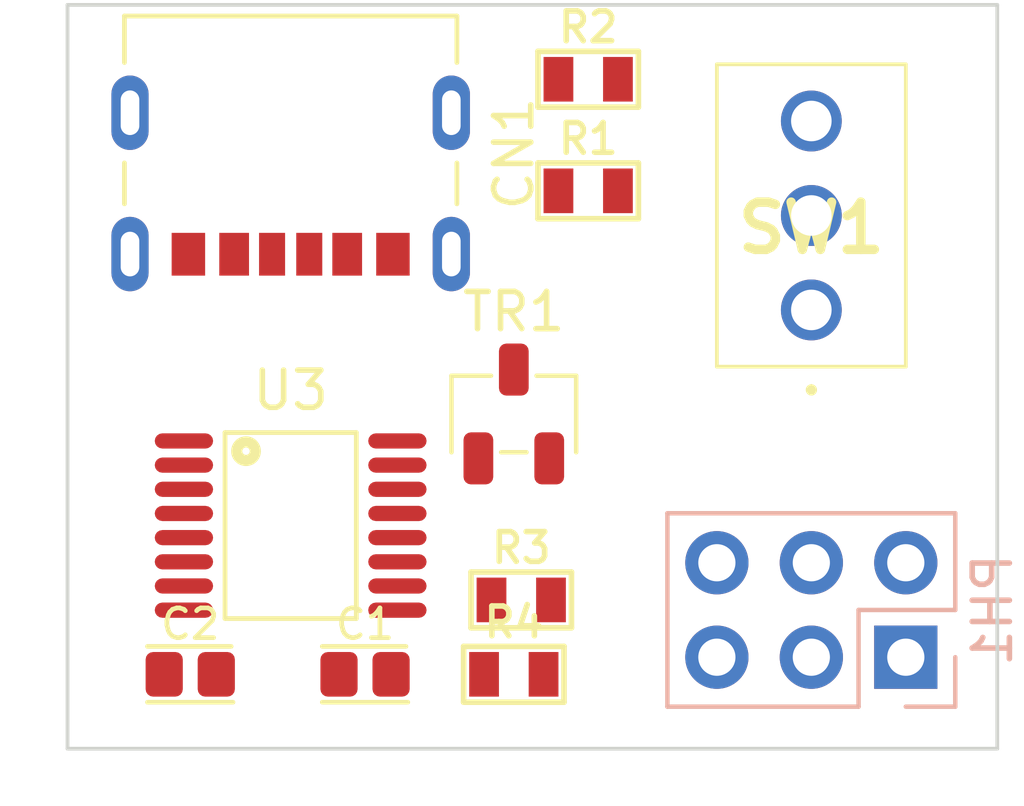
<source format=kicad_pcb>
(kicad_pcb (version 20221018) (generator pcbnew)
  (layers (0 "F.Cu" signal) (31 "B.Cu" signal) (34 "B.Paste" user) (35 "F.Paste" user) (36 "B.SilkS" user "B.Silkscreen") (37 "F.SilkS" user "F.Silkscreen") (38 "B.Mask" user) (39 "F.Mask" user) (44 "Edge.Cuts" user))
  (net 0 "")
  (net 1 "GND")
  (net 8 "/CC1")
  (net 9 "/CC2")
  (net 10 "Vin")
  (net 11 "/SEL")
  (net 12 "/SELP")
  (net 13 "/Vout")
  (net 14 "Net-(U3-VBUSG)")
  (footprint "Basic:CAP1608m" (layer "F.Cu") (at 113.3 98)
    (fp_text reference "C2" (at 0 -1.35) (layer "F.SilkS") (effects (font (size 0.8 0.8) (thickness 0.125))))
    (fp_text value "Value")
    (fp_line (start -1.15 -0.75) (end 1.1 -0.75) (stroke (width 0.125)) (layer "F.SilkS"))
    (fp_line (start -1.15 0.75) (end 1.15 0.75) (stroke (width 0.125)) (layer "F.SilkS"))
    (pad "1" smd roundrect (at -0.7 0) (size 1 1.2) (layers "F.Cu" "F.Paste" "F.Mask") (roundrect_rratio 0.2) (net 13 "/Vout"))
    (pad "2" smd roundrect (at 0.7 0) (size 1 1.2) (layers "F.Cu" "F.Paste" "F.Mask") (roundrect_rratio 0.2) (net 1 "GND"))
  )
  (footprint "Basic:REG1608m" (layer "F.Cu") (at 124 85)
    (fp_text reference "R1" (at 0 -1.4) (layer "F.SilkS") (effects (font (size 0.8 0.8))))
    (fp_text value "5.1k" hide)
    (fp_line (start -1.35 -0.75) (end 1.35 -0.75) (stroke (width 0.15)) (layer "F.SilkS"))
    (fp_line (start -1.35 0.75) (end -1.35 -0.75) (stroke (width 0.15)) (layer "F.SilkS"))
    (fp_line (start -1.35 0.75) (end 1.35 0.75) (stroke (width 0.15)) (layer "F.SilkS"))
    (fp_line (start 1.35 0.75) (end 1.35 -0.75) (stroke (width 0.15)) (layer "F.SilkS"))
    (pad "1" smd rect (at -0.8 0) (size 0.8 1.2) (layers "F.Cu" "F.Paste" "F.Mask") (net 8 "/CC1"))
    (pad "2" smd rect (at 0.8 0) (size 0.8 1.2) (layers "F.Cu" "F.Paste" "F.Mask") (net 1 "GND"))
  )
  (footprint "Basic:CAP1608m" (layer "F.Cu") (at 118 98)
    (fp_text reference "C1" (at 0 -1.35) (layer "F.SilkS") (effects (font (size 0.8 0.8) (thickness 0.125))))
    (fp_text value "1uF/50V")
    (fp_line (start -1.15 -0.75) (end 1.1 -0.75) (stroke (width 0.125)) (layer "F.SilkS"))
    (fp_line (start -1.15 0.75) (end 1.15 0.75) (stroke (width 0.125)) (layer "F.SilkS"))
    (pad "1" smd roundrect (at -0.7 0) (size 1 1.2) (layers "F.Cu" "F.Paste" "F.Mask") (roundrect_rratio 0.2) (net 10 "Vin"))
    (pad "2" smd roundrect (at 0.7 0) (size 1 1.2) (layers "F.Cu" "F.Paste" "F.Mask") (roundrect_rratio 0.2) (net 1 "GND"))
  )
  (footprint "Basic:REG1608m" (layer "F.Cu") (at 122 98)
    (fp_text reference "R4" (at 0 -1.4) (layer "F.SilkS") (effects (font (size 0.8 0.8))))
    (fp_text value "100k" hide)
    (fp_line (start -1.35 -0.75) (end 1.35 -0.75) (stroke (width 0.15)) (layer "F.SilkS"))
    (fp_line (start -1.35 0.75) (end -1.35 -0.75) (stroke (width 0.15)) (layer "F.SilkS"))
    (fp_line (start -1.35 0.75) (end 1.35 0.75) (stroke (width 0.15)) (layer "F.SilkS"))
    (fp_line (start 1.35 0.75) (end 1.35 -0.75) (stroke (width 0.15)) (layer "F.SilkS"))
    (pad "1" smd rect (at -0.8 0) (size 0.8 1.2) (layers "F.Cu" "F.Paste" "F.Mask") (net 10 "Vin"))
    (pad "2" smd rect (at 0.8 0) (size 0.8 1.2) (layers "F.Cu" "F.Paste" "F.Mask") (net 12 "/SELP"))
  )
  (footprint "Basic:REG1608m" (layer "F.Cu") (at 124 82)
    (fp_text reference "R2" (at 0 -1.4) (layer "F.SilkS") (effects (font (size 0.8 0.8))))
    (fp_text value "5.1k" hide)
    (fp_line (start -1.35 -0.75) (end 1.35 -0.75) (stroke (width 0.15)) (layer "F.SilkS"))
    (fp_line (start -1.35 0.75) (end -1.35 -0.75) (stroke (width 0.15)) (layer "F.SilkS"))
    (fp_line (start -1.35 0.75) (end 1.35 0.75) (stroke (width 0.15)) (layer "F.SilkS"))
    (fp_line (start 1.35 0.75) (end 1.35 -0.75) (stroke (width 0.15)) (layer "F.SilkS"))
    (pad "1" smd rect (at -0.8 0) (size 0.8 1.2) (layers "F.Cu" "F.Paste" "F.Mask") (net 9 "/CC2"))
    (pad "2" smd rect (at 0.8 0) (size 0.8 1.2) (layers "F.Cu" "F.Paste" "F.Mask") (net 1 "GND"))
  )
  (footprint "Basic:REG1608m" (layer "F.Cu") (at 122.2 96)
    (fp_text reference "R3" (at 0 -1.4) (layer "F.SilkS") (effects (font (size 0.8 0.8))))
    (fp_text value "100k" hide)
    (fp_line (start -1.35 -0.75) (end 1.35 -0.75) (stroke (width 0.15)) (layer "F.SilkS"))
    (fp_line (start -1.35 0.75) (end -1.35 -0.75) (stroke (width 0.15)) (layer "F.SilkS"))
    (fp_line (start -1.35 0.75) (end 1.35 0.75) (stroke (width 0.15)) (layer "F.SilkS"))
    (fp_line (start 1.35 0.75) (end 1.35 -0.75) (stroke (width 0.15)) (layer "F.SilkS"))
    (pad "1" smd rect (at -0.8 0) (size 0.8 1.2) (layers "F.Cu" "F.Paste" "F.Mask") (net 10 "Vin"))
    (pad "2" smd rect (at 0.8 0) (size 0.8 1.2) (layers "F.Cu" "F.Paste" "F.Mask") (net 11 "/SEL"))
  )
  (footprint "Discrete:AO3400A" (layer "F.Cu") (at 122 91)
    (fp_text reference "TR1" (at 0 -2.75) (layer "F.SilkS"))
    (fp_text value "AO3400A")
    (fp_line (start -1.6764 -1.0287) (end -1.6764 1.0287) (stroke (width 0.12)) (layer "F.SilkS"))
    (fp_line (start -0.61214 -1.0287) (end -1.6764 -1.0287) (stroke (width 0.12)) (layer "F.SilkS"))
    (fp_line (start -0.34036 1.0287) (end 0.34036 1.0287) (stroke (width 0.12)) (layer "F.SilkS"))
    (fp_line (start 1.6764 -1.0287) (end 0.61214 -1.0287) (stroke (width 0.12)) (layer "F.SilkS"))
    (fp_line (start 1.6764 1.0287) (end 1.6764 -1.0287) (stroke (width 0.12)) (layer "F.SilkS"))
    (pad "D" smd roundrect (at 0 -1.1938) (size 0.8 1.4) (layers "F.Cu" "F.Paste" "F.Mask") (net 10 "Vin"))
    (pad "G" smd roundrect (at -0.9525 1.1938) (size 0.8 1.4) (layers "F.Cu" "F.Paste" "F.Mask") (net 14 "Net-(U3-VBUSG)"))
    (pad "S" smd roundrect (at 0.9525 1.1938) (size 0.8 1.4) (layers "F.Cu" "F.Paste" "F.Mask") (net 13 "/Vout"))
  )
  (footprint "Connector:UJC-HP-3-SMT-TR" (layer "F.Cu") (at 116 86.7 180)
    (fp_text reference "CN1" (at -6 2.7 90) (layer "F.SilkS"))
    (fp_text value "UJC-HP-3-SMT-TR")
    (fp_line (start -4.47 2.45) (end -4.47 1.35) (stroke (width 0.127)) (layer "F.SilkS"))
    (fp_line (start -4.47 6.4) (end -4.47 5.15) (stroke (width 0.127)) (layer "F.SilkS"))
    (fp_line (start -4.47 6.4) (end 4.47 6.4) (stroke (width 0.127)) (layer "F.SilkS"))
    (fp_line (start 4.47 2.45) (end 4.47 1.35) (stroke (width 0.127)) (layer "F.SilkS"))
    (fp_line (start 4.47 6.4) (end 4.47 5.15) (stroke (width 0.127)) (layer "F.SilkS"))
    (pad "A5" smd rect (at -0.5 -0.005 270) (size 1.15 0.7) (layers "F.Cu" "F.Paste" "F.Mask") (net 8 "/CC1"))
    (pad "A9" smd rect (at 1.52 -0.005 270) (size 1.15 0.8) (layers "F.Cu" "F.Paste" "F.Mask") (net 10 "Vin"))
    (pad "A12" smd rect (at 2.75 -0.005 270) (size 1.15 0.9) (layers "F.Cu" "F.Paste" "F.Mask") (net 1 "GND"))
    (pad "B5" smd rect (at 0.5 -0.005 270) (size 1.15 0.7) (layers "F.Cu" "F.Paste" "F.Mask") (net 9 "/CC2"))
    (pad "B9" smd rect (at -1.52 -0.005 270) (size 1.15 0.8) (layers "F.Cu" "F.Paste" "F.Mask") (net 10 "Vin"))
    (pad "B12" smd rect (at -2.75 -0.005 270) (size 1.15 0.9) (layers "F.Cu" "F.Paste" "F.Mask") (net 1 "GND"))
    (pad "S1" thru_hole oval (at -4.32 0 180) (size 1 2) (drill oval 0.5 1.2) (layers "*.Cu" "*.Mask") (net 1 "GND"))
    (pad "S2" thru_hole oval (at 4.32 0 180) (size 1 2) (drill oval 0.5 1.2) (layers "*.Cu" "*.Mask") (net 1 "GND"))
    (pad "S3" thru_hole oval (at -4.32 3.8 180) (size 1 2) (drill oval 0.5 1.2) (layers "*.Cu" "*.Mask") (net 1 "GND"))
    (pad "S4" thru_hole oval (at 4.32 3.8 180) (size 1 2) (drill oval 0.5 1.2) (layers "*.Cu" "*.Mask") (net 1 "GND"))
  )
  (footprint "IC:IP2721D" (layer "F.Cu") (at 116 94)
    (fp_text reference "U3" (at 0 -3.635) (layer "F.SilkS"))
    (fp_text value "IP2721D")
    (fp_line (start -1.765 -2.5) (end 1.765 -2.5) (stroke (width 0.127)) (layer "F.SilkS"))
    (fp_line (start -1.765 2.5) (end -1.765 -2.5) (stroke (width 0.127)) (layer "F.SilkS"))
    (fp_line (start 1.765 2.5) (end -1.765 2.5) (stroke (width 0.127)) (layer "F.SilkS"))
    (fp_line (start 1.765 2.5) (end 1.765 -2.5) (stroke (width 0.127)) (layer "F.SilkS"))
    (fp_circle (center -1.2 -2) (end -1.1 -2) (stroke (width 0.3)) (fill none) (layer "F.SilkS"))
    (pad "1" smd roundrect (at -2.87 -2.275) (size 1.57 0.41) (layers "F.Cu" "F.Paste" "F.Mask") (roundrect_rratio 0.5) (net 14 "Net-(U3-VBUSG)"))
    (pad "2" smd roundrect (at -2.87 -1.625) (size 1.57 0.41) (layers "F.Cu" "F.Paste" "F.Mask") (roundrect_rratio 0.5) (net 10 "Vin"))
    (pad "3" smd roundrect (at -2.87 -0.975) (size 1.57 0.41) (layers "F.Cu" "F.Paste" "F.Mask") (roundrect_rratio 0.5))
    (pad "4" smd roundrect (at -2.87 -0.325) (size 1.57 0.41) (layers "F.Cu" "F.Paste" "F.Mask") (roundrect_rratio 0.5))
    (pad "5" smd roundrect (at -2.87 0.325) (size 1.57 0.41) (layers "F.Cu" "F.Paste" "F.Mask") (roundrect_rratio 0.5) (net 1 "GND"))
    (pad "6" smd roundrect (at -2.87 0.975) (size 1.57 0.41) (layers "F.Cu" "F.Paste" "F.Mask") (roundrect_rratio 0.5) (net 12 "/SELP"))
    (pad "7" smd roundrect (at -2.87 1.625) (size 1.57 0.41) (layers "F.Cu" "F.Paste" "F.Mask") (roundrect_rratio 0.5))
    (pad "8" smd roundrect (at -2.87 2.275) (size 1.57 0.41) (layers "F.Cu" "F.Paste" "F.Mask") (roundrect_rratio 0.5))
    (pad "9" smd roundrect (at 2.87 2.275) (size 1.57 0.41) (layers "F.Cu" "F.Paste" "F.Mask") (roundrect_rratio 0.5))
    (pad "10" smd roundrect (at 2.87 1.625) (size 1.57 0.41) (layers "F.Cu" "F.Paste" "F.Mask") (roundrect_rratio 0.5))
    (pad "11" smd roundrect (at 2.87 0.975) (size 1.57 0.41) (layers "F.Cu" "F.Paste" "F.Mask") (roundrect_rratio 0.5) (net 11 "/SEL"))
    (pad "12" smd roundrect (at 2.87 0.325) (size 1.57 0.41) (layers "F.Cu" "F.Paste" "F.Mask") (roundrect_rratio 0.5) (net 9 "/CC2"))
    (pad "13" smd roundrect (at 2.87 -0.325) (size 1.57 0.41) (layers "F.Cu" "F.Paste" "F.Mask") (roundrect_rratio 0.5) (net 8 "/CC1"))
    (pad "14" smd roundrect (at 2.87 -0.975) (size 1.57 0.41) (layers "F.Cu" "F.Paste" "F.Mask") (roundrect_rratio 0.5))
    (pad "15" smd roundrect (at 2.87 -1.625) (size 1.57 0.41) (layers "F.Cu" "F.Paste" "F.Mask") (roundrect_rratio 0.5))
    (pad "16" smd roundrect (at 2.87 -2.275) (size 1.57 0.41) (layers "F.Cu" "F.Paste" "F.Mask") (roundrect_rratio 0.5) (net 13 "/Vout"))
  )
  (footprint "Switch:2MS1-T1-B4-VS2-Q-E-S" (layer "F.Cu") (at 130 88.2025)
    (fp_text reference "SW1" (at 0 -2.203) (layer "F.SilkS") (effects (font (size 1.27 1.27) (thickness 0.254))))
    (fp_text value "2MS1-T1-B4-VS2-S-E" hide)
    (fp_line (start -2.54 -6.605) (end -2.54 1.525) (stroke (width 0.1)) (layer "F.SilkS"))
    (fp_line (start -2.54 1.525) (end 2.54 1.525) (stroke (width 0.1)) (layer "F.SilkS"))
    (fp_line (start 0 2.1) (end 0 2.1) (stroke (width 0.2)) (layer "F.SilkS"))
    (fp_line (start 0 2.2) (end 0 2.2) (stroke (width 0.2)) (layer "F.SilkS"))
    (fp_line (start 0 2.2) (end 0 2.2) (stroke (width 0.2)) (layer "F.SilkS"))
    (fp_line (start 2.54 -6.605) (end -2.54 -6.605) (stroke (width 0.1)) (layer "F.SilkS"))
    (fp_line (start 2.54 1.525) (end 2.54 -6.605) (stroke (width 0.1)) (layer "F.SilkS"))
    (fp_arc (start 0 2.1) (mid 0.05 2.15) (end 0 2.2) (stroke (width 0.2)) (layer "F.SilkS"))
    (fp_arc (start 0 2.1) (mid 0.05 2.15) (end 0 2.2) (stroke (width 0.2)) (layer "F.SilkS"))
    (fp_arc (start 0 2.2) (mid -0.05 2.15) (end 0 2.1) (stroke (width 0.2)) (layer "F.SilkS"))
    (pad "1" thru_hole circle (at 0 0) (size 1.635 1.635) (drill 1.09) (layers "*.Cu" "*.Mask"))
    (pad "2" thru_hole circle (at 0 -2.54) (size 1.635 1.635) (drill 1.09) (layers "*.Cu" "*.Mask") (net 13 "/Vout"))
    (pad "3" thru_hole circle (at 0 -5.08) (size 1.635 1.635) (drill 1.09) (layers "*.Cu" "*.Mask"))
  )
  (footprint "PinHeader:PinHeader3x2" (layer "B.Cu") (at 132.54 97.54 90)
    (fp_text reference "PH1" (at 1.27 2.33 90) (layer "B.SilkS") (effects (justify mirror)))
    (fp_text value "PinHeader3x2")
    (fp_line (start -1.33 -6.41) (end 3.87 -6.41) (stroke (width 0.12)) (layer "B.SilkS"))
    (fp_line (start -1.33 -1.27) (end -1.33 -6.41) (stroke (width 0.12)) (layer "B.SilkS"))
    (fp_line (start -1.33 -1.27) (end 1.27 -1.27) (stroke (width 0.12)) (layer "B.SilkS"))
    (fp_line (start -1.33 0) (end -1.33 1.33) (stroke (width 0.12)) (layer "B.SilkS"))
    (fp_line (start -1.33 1.33) (end 0 1.33) (stroke (width 0.12)) (layer "B.SilkS"))
    (fp_line (start 1.27 -1.27) (end 1.27 1.33) (stroke (width 0.12)) (layer "B.SilkS"))
    (fp_line (start 1.27 1.33) (end 3.87 1.33) (stroke (width 0.12)) (layer "B.SilkS"))
    (fp_line (start 3.87 1.33) (end 3.87 -6.41) (stroke (width 0.12)) (layer "B.SilkS"))
    (pad "1" thru_hole rect (at 0 0 90) (size 1.7 1.7) (drill 1) (layers "*.Cu" "*.Mask"))
    (pad "2" thru_hole oval (at 2.54 0 90) (size 1.7 1.7) (drill 1) (layers "*.Cu" "*.Mask"))
    (pad "3" thru_hole oval (at 0 -2.54 90) (size 1.7 1.7) (drill 1) (layers "*.Cu" "*.Mask"))
    (pad "4" thru_hole oval (at 2.54 -2.54 90) (size 1.7 1.7) (drill 1) (layers "*.Cu" "*.Mask"))
    (pad "5" thru_hole oval (at 0 -5.08 90) (size 1.7 1.7) (drill 1) (layers "*.Cu" "*.Mask"))
    (pad "6" thru_hole oval (at 2.54 -5.08 90) (size 1.7 1.7) (drill 1) (layers "*.Cu" "*.Mask"))
  )
  (gr_line (start 110 80) (end 135 80) (stroke (width 0.1)) (layer "Edge.Cuts"))
  (gr_line (start 135 100) (end 110 100) (stroke (width 0.1)) (layer "Edge.Cuts"))
  (gr_line (start 135 80) (end 135 100) (stroke (width 0.1)) (layer "Edge.Cuts"))
  (gr_line (start 110 100) (end 110 80) (stroke (width 0.1)) (layer "Edge.Cuts"))
)
</source>
